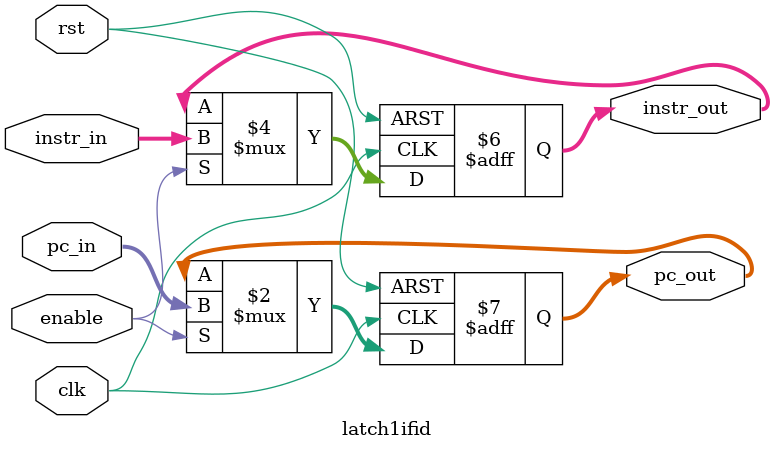
<source format=v>
module latch1ifid(
    input wire clk,
    input wire rst,
    input wire enable,
    input wire [11:0] instr_in,
    input wire [11:0] pc_in,
    output reg [11:0] instr_out,
    output reg [11:0] pc_out
);
    always @(posedge clk or posedge rst) begin
        if (rst) begin
            instr_out <= 12'b0;
            pc_out <= 12'b0;
        end else if (enable) begin
            instr_out <= instr_in;
            pc_out <= pc_in;
        end
    end
endmodule

</source>
